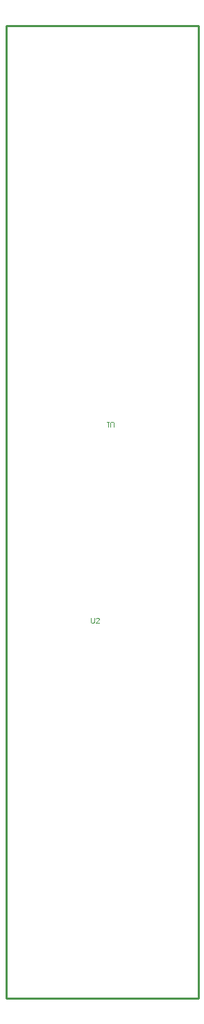
<source format=gm1>
G04 Layer_Color=16711935*
%FSLAX25Y25*%
%MOIN*%
G70*
G01*
G75*
%ADD41C,0.01000*%
%ADD71C,0.00394*%
D41*
X-46260Y-0D02*
X46260D01*
Y0D02*
Y466536D01*
X-46260D02*
X46260D01*
X-46260Y-0D02*
Y466536D01*
D71*
X5500Y274229D02*
Y276197D01*
X5106Y276590D01*
X4319D01*
X3926Y276197D01*
Y274229D01*
X3139Y276590D02*
X2351D01*
X2745D01*
Y274229D01*
X3139Y274623D01*
X-5500Y182464D02*
Y180496D01*
X-5106Y180102D01*
X-4319D01*
X-3926Y180496D01*
Y182464D01*
X-1564Y180102D02*
X-3139D01*
X-1564Y181677D01*
Y182070D01*
X-1958Y182464D01*
X-2745D01*
X-3139Y182070D01*
M02*

</source>
